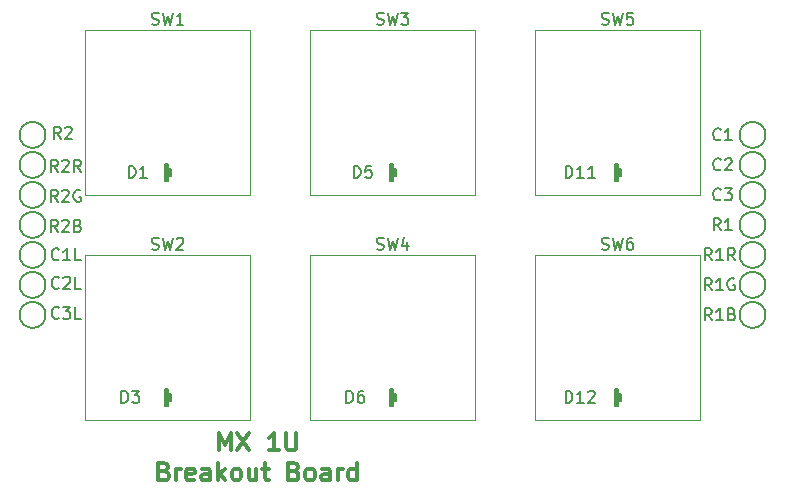
<source format=gbr>
G04 #@! TF.GenerationSoftware,KiCad,Pcbnew,(5.0.0-rc2-dev-471-ge4feb315d)*
G04 #@! TF.CreationDate,2018-04-21T02:21:12+01:00*
G04 #@! TF.ProjectId,cherry_breakout,6368657272795F627265616B6F75742E,rev?*
G04 #@! TF.SameCoordinates,Original*
G04 #@! TF.FileFunction,Legend,Top*
G04 #@! TF.FilePolarity,Positive*
%FSLAX46Y46*%
G04 Gerber Fmt 4.6, Leading zero omitted, Abs format (unit mm)*
G04 Created by KiCad (PCBNEW (5.0.0-rc2-dev-471-ge4feb315d)) date Sat Apr 21 02:21:12 2018*
%MOMM*%
%LPD*%
G01*
G04 APERTURE LIST*
%ADD10C,0.300000*%
%ADD11C,0.150000*%
%ADD12C,0.120000*%
G04 APERTURE END LIST*
D10*
X71644285Y-114973571D02*
X71644285Y-113473571D01*
X72144285Y-114545000D01*
X72644285Y-113473571D01*
X72644285Y-114973571D01*
X73215714Y-113473571D02*
X74215714Y-114973571D01*
X74215714Y-113473571D02*
X73215714Y-114973571D01*
X76715714Y-114973571D02*
X75858571Y-114973571D01*
X76287142Y-114973571D02*
X76287142Y-113473571D01*
X76144285Y-113687857D01*
X76001428Y-113830714D01*
X75858571Y-113902142D01*
X77358571Y-113473571D02*
X77358571Y-114687857D01*
X77430000Y-114830714D01*
X77501428Y-114902142D01*
X77644285Y-114973571D01*
X77930000Y-114973571D01*
X78072857Y-114902142D01*
X78144285Y-114830714D01*
X78215714Y-114687857D01*
X78215714Y-113473571D01*
X67037142Y-116737857D02*
X67251428Y-116809285D01*
X67322857Y-116880714D01*
X67394285Y-117023571D01*
X67394285Y-117237857D01*
X67322857Y-117380714D01*
X67251428Y-117452142D01*
X67108571Y-117523571D01*
X66537142Y-117523571D01*
X66537142Y-116023571D01*
X67037142Y-116023571D01*
X67180000Y-116095000D01*
X67251428Y-116166428D01*
X67322857Y-116309285D01*
X67322857Y-116452142D01*
X67251428Y-116595000D01*
X67180000Y-116666428D01*
X67037142Y-116737857D01*
X66537142Y-116737857D01*
X68037142Y-117523571D02*
X68037142Y-116523571D01*
X68037142Y-116809285D02*
X68108571Y-116666428D01*
X68180000Y-116595000D01*
X68322857Y-116523571D01*
X68465714Y-116523571D01*
X69537142Y-117452142D02*
X69394285Y-117523571D01*
X69108571Y-117523571D01*
X68965714Y-117452142D01*
X68894285Y-117309285D01*
X68894285Y-116737857D01*
X68965714Y-116595000D01*
X69108571Y-116523571D01*
X69394285Y-116523571D01*
X69537142Y-116595000D01*
X69608571Y-116737857D01*
X69608571Y-116880714D01*
X68894285Y-117023571D01*
X70894285Y-117523571D02*
X70894285Y-116737857D01*
X70822857Y-116595000D01*
X70680000Y-116523571D01*
X70394285Y-116523571D01*
X70251428Y-116595000D01*
X70894285Y-117452142D02*
X70751428Y-117523571D01*
X70394285Y-117523571D01*
X70251428Y-117452142D01*
X70180000Y-117309285D01*
X70180000Y-117166428D01*
X70251428Y-117023571D01*
X70394285Y-116952142D01*
X70751428Y-116952142D01*
X70894285Y-116880714D01*
X71608571Y-117523571D02*
X71608571Y-116023571D01*
X71751428Y-116952142D02*
X72180000Y-117523571D01*
X72180000Y-116523571D02*
X71608571Y-117095000D01*
X73037142Y-117523571D02*
X72894285Y-117452142D01*
X72822857Y-117380714D01*
X72751428Y-117237857D01*
X72751428Y-116809285D01*
X72822857Y-116666428D01*
X72894285Y-116595000D01*
X73037142Y-116523571D01*
X73251428Y-116523571D01*
X73394285Y-116595000D01*
X73465714Y-116666428D01*
X73537142Y-116809285D01*
X73537142Y-117237857D01*
X73465714Y-117380714D01*
X73394285Y-117452142D01*
X73251428Y-117523571D01*
X73037142Y-117523571D01*
X74822857Y-116523571D02*
X74822857Y-117523571D01*
X74180000Y-116523571D02*
X74180000Y-117309285D01*
X74251428Y-117452142D01*
X74394285Y-117523571D01*
X74608571Y-117523571D01*
X74751428Y-117452142D01*
X74822857Y-117380714D01*
X75322857Y-116523571D02*
X75894285Y-116523571D01*
X75537142Y-116023571D02*
X75537142Y-117309285D01*
X75608571Y-117452142D01*
X75751428Y-117523571D01*
X75894285Y-117523571D01*
X78037142Y-116737857D02*
X78251428Y-116809285D01*
X78322857Y-116880714D01*
X78394285Y-117023571D01*
X78394285Y-117237857D01*
X78322857Y-117380714D01*
X78251428Y-117452142D01*
X78108571Y-117523571D01*
X77537142Y-117523571D01*
X77537142Y-116023571D01*
X78037142Y-116023571D01*
X78180000Y-116095000D01*
X78251428Y-116166428D01*
X78322857Y-116309285D01*
X78322857Y-116452142D01*
X78251428Y-116595000D01*
X78180000Y-116666428D01*
X78037142Y-116737857D01*
X77537142Y-116737857D01*
X79251428Y-117523571D02*
X79108571Y-117452142D01*
X79037142Y-117380714D01*
X78965714Y-117237857D01*
X78965714Y-116809285D01*
X79037142Y-116666428D01*
X79108571Y-116595000D01*
X79251428Y-116523571D01*
X79465714Y-116523571D01*
X79608571Y-116595000D01*
X79680000Y-116666428D01*
X79751428Y-116809285D01*
X79751428Y-117237857D01*
X79680000Y-117380714D01*
X79608571Y-117452142D01*
X79465714Y-117523571D01*
X79251428Y-117523571D01*
X81037142Y-117523571D02*
X81037142Y-116737857D01*
X80965714Y-116595000D01*
X80822857Y-116523571D01*
X80537142Y-116523571D01*
X80394285Y-116595000D01*
X81037142Y-117452142D02*
X80894285Y-117523571D01*
X80537142Y-117523571D01*
X80394285Y-117452142D01*
X80322857Y-117309285D01*
X80322857Y-117166428D01*
X80394285Y-117023571D01*
X80537142Y-116952142D01*
X80894285Y-116952142D01*
X81037142Y-116880714D01*
X81751428Y-117523571D02*
X81751428Y-116523571D01*
X81751428Y-116809285D02*
X81822857Y-116666428D01*
X81894285Y-116595000D01*
X82037142Y-116523571D01*
X82180000Y-116523571D01*
X83322857Y-117523571D02*
X83322857Y-116023571D01*
X83322857Y-117452142D02*
X83180000Y-117523571D01*
X82894285Y-117523571D01*
X82751428Y-117452142D01*
X82680000Y-117380714D01*
X82608571Y-117237857D01*
X82608571Y-116809285D01*
X82680000Y-116666428D01*
X82751428Y-116595000D01*
X82894285Y-116523571D01*
X83180000Y-116523571D01*
X83322857Y-116595000D01*
D11*
X117940000Y-88265000D02*
G75*
G03X117940000Y-88265000I-1100000J0D01*
G01*
X56980000Y-98425000D02*
G75*
G03X56980000Y-98425000I-1100000J0D01*
G01*
X117940000Y-90805000D02*
G75*
G03X117940000Y-90805000I-1100000J0D01*
G01*
X56980000Y-100965000D02*
G75*
G03X56980000Y-100965000I-1100000J0D01*
G01*
X117940000Y-93345000D02*
G75*
G03X117940000Y-93345000I-1100000J0D01*
G01*
X56980000Y-103505000D02*
G75*
G03X56980000Y-103505000I-1100000J0D01*
G01*
X117940000Y-95885000D02*
G75*
G03X117940000Y-95885000I-1100000J0D01*
G01*
X56980000Y-88265000D02*
G75*
G03X56980000Y-88265000I-1100000J0D01*
G01*
X117940000Y-103505000D02*
G75*
G03X117940000Y-103505000I-1100000J0D01*
G01*
X117940000Y-100965000D02*
G75*
G03X117940000Y-100965000I-1100000J0D01*
G01*
X117940000Y-98425000D02*
G75*
G03X117940000Y-98425000I-1100000J0D01*
G01*
X56980000Y-95885000D02*
G75*
G03X56980000Y-95885000I-1100000J0D01*
G01*
X56980000Y-93345000D02*
G75*
G03X56980000Y-93345000I-1100000J0D01*
G01*
X56980000Y-90805000D02*
G75*
G03X56980000Y-90805000I-1100000J0D01*
G01*
G36*
X67110000Y-92140000D02*
X67110000Y-90740000D01*
X67210000Y-90740000D01*
X67310000Y-90740000D01*
X67310000Y-91140000D01*
X67510000Y-91140000D01*
X67610000Y-91140000D01*
X67610000Y-91740000D01*
X67310000Y-91740000D01*
X67310000Y-92140000D01*
X67110000Y-92140000D01*
G37*
X67110000Y-92140000D02*
X67110000Y-90740000D01*
X67210000Y-90740000D01*
X67310000Y-90740000D01*
X67310000Y-91140000D01*
X67510000Y-91140000D01*
X67610000Y-91140000D01*
X67610000Y-91740000D01*
X67310000Y-91740000D01*
X67310000Y-92140000D01*
X67110000Y-92140000D01*
G36*
X67110000Y-111190000D02*
X67110000Y-109790000D01*
X67210000Y-109790000D01*
X67310000Y-109790000D01*
X67310000Y-110190000D01*
X67510000Y-110190000D01*
X67610000Y-110190000D01*
X67610000Y-110790000D01*
X67310000Y-110790000D01*
X67310000Y-111190000D01*
X67110000Y-111190000D01*
G37*
X67110000Y-111190000D02*
X67110000Y-109790000D01*
X67210000Y-109790000D01*
X67310000Y-109790000D01*
X67310000Y-110190000D01*
X67510000Y-110190000D01*
X67610000Y-110190000D01*
X67610000Y-110790000D01*
X67310000Y-110790000D01*
X67310000Y-111190000D01*
X67110000Y-111190000D01*
G36*
X86160000Y-92140000D02*
X86160000Y-90740000D01*
X86260000Y-90740000D01*
X86360000Y-90740000D01*
X86360000Y-91140000D01*
X86560000Y-91140000D01*
X86660000Y-91140000D01*
X86660000Y-91740000D01*
X86360000Y-91740000D01*
X86360000Y-92140000D01*
X86160000Y-92140000D01*
G37*
X86160000Y-92140000D02*
X86160000Y-90740000D01*
X86260000Y-90740000D01*
X86360000Y-90740000D01*
X86360000Y-91140000D01*
X86560000Y-91140000D01*
X86660000Y-91140000D01*
X86660000Y-91740000D01*
X86360000Y-91740000D01*
X86360000Y-92140000D01*
X86160000Y-92140000D01*
G36*
X86160000Y-111190000D02*
X86160000Y-109790000D01*
X86260000Y-109790000D01*
X86360000Y-109790000D01*
X86360000Y-110190000D01*
X86560000Y-110190000D01*
X86660000Y-110190000D01*
X86660000Y-110790000D01*
X86360000Y-110790000D01*
X86360000Y-111190000D01*
X86160000Y-111190000D01*
G37*
X86160000Y-111190000D02*
X86160000Y-109790000D01*
X86260000Y-109790000D01*
X86360000Y-109790000D01*
X86360000Y-110190000D01*
X86560000Y-110190000D01*
X86660000Y-110190000D01*
X86660000Y-110790000D01*
X86360000Y-110790000D01*
X86360000Y-111190000D01*
X86160000Y-111190000D01*
G36*
X105210000Y-92140000D02*
X105210000Y-90740000D01*
X105310000Y-90740000D01*
X105410000Y-90740000D01*
X105410000Y-91140000D01*
X105610000Y-91140000D01*
X105710000Y-91140000D01*
X105710000Y-91740000D01*
X105410000Y-91740000D01*
X105410000Y-92140000D01*
X105210000Y-92140000D01*
G37*
X105210000Y-92140000D02*
X105210000Y-90740000D01*
X105310000Y-90740000D01*
X105410000Y-90740000D01*
X105410000Y-91140000D01*
X105610000Y-91140000D01*
X105710000Y-91140000D01*
X105710000Y-91740000D01*
X105410000Y-91740000D01*
X105410000Y-92140000D01*
X105210000Y-92140000D01*
G36*
X105210000Y-111190000D02*
X105210000Y-109790000D01*
X105310000Y-109790000D01*
X105410000Y-109790000D01*
X105410000Y-110190000D01*
X105610000Y-110190000D01*
X105710000Y-110190000D01*
X105710000Y-110790000D01*
X105410000Y-110790000D01*
X105410000Y-111190000D01*
X105210000Y-111190000D01*
G37*
X105210000Y-111190000D02*
X105210000Y-109790000D01*
X105310000Y-109790000D01*
X105410000Y-109790000D01*
X105410000Y-110190000D01*
X105610000Y-110190000D01*
X105710000Y-110190000D01*
X105710000Y-110790000D01*
X105410000Y-110790000D01*
X105410000Y-111190000D01*
X105210000Y-111190000D01*
D12*
X60325000Y-93345000D02*
X60325000Y-79375000D01*
X74295000Y-93345000D02*
X60325000Y-93345000D01*
X74295000Y-79375000D02*
X74295000Y-93345000D01*
X60325000Y-79375000D02*
X74295000Y-79375000D01*
X60325000Y-98425000D02*
X74295000Y-98425000D01*
X74295000Y-98425000D02*
X74295000Y-112395000D01*
X74295000Y-112395000D02*
X60325000Y-112395000D01*
X60325000Y-112395000D02*
X60325000Y-98425000D01*
X79375000Y-79375000D02*
X93345000Y-79375000D01*
X93345000Y-79375000D02*
X93345000Y-93345000D01*
X93345000Y-93345000D02*
X79375000Y-93345000D01*
X79375000Y-93345000D02*
X79375000Y-79375000D01*
X79375000Y-112395000D02*
X79375000Y-98425000D01*
X93345000Y-112395000D02*
X79375000Y-112395000D01*
X93345000Y-98425000D02*
X93345000Y-112395000D01*
X79375000Y-98425000D02*
X93345000Y-98425000D01*
X98425000Y-93345000D02*
X98425000Y-79375000D01*
X112395000Y-93345000D02*
X98425000Y-93345000D01*
X112395000Y-79375000D02*
X112395000Y-93345000D01*
X98425000Y-79375000D02*
X112395000Y-79375000D01*
X98425000Y-98425000D02*
X112395000Y-98425000D01*
X112395000Y-98425000D02*
X112395000Y-112395000D01*
X112395000Y-112395000D02*
X98425000Y-112395000D01*
X98425000Y-112395000D02*
X98425000Y-98425000D01*
D11*
X114133333Y-88622142D02*
X114085714Y-88669761D01*
X113942857Y-88717380D01*
X113847619Y-88717380D01*
X113704761Y-88669761D01*
X113609523Y-88574523D01*
X113561904Y-88479285D01*
X113514285Y-88288809D01*
X113514285Y-88145952D01*
X113561904Y-87955476D01*
X113609523Y-87860238D01*
X113704761Y-87765000D01*
X113847619Y-87717380D01*
X113942857Y-87717380D01*
X114085714Y-87765000D01*
X114133333Y-87812619D01*
X115085714Y-88717380D02*
X114514285Y-88717380D01*
X114800000Y-88717380D02*
X114800000Y-87717380D01*
X114704761Y-87860238D01*
X114609523Y-87955476D01*
X114514285Y-88003095D01*
X58102571Y-98782142D02*
X58054952Y-98829761D01*
X57912095Y-98877380D01*
X57816857Y-98877380D01*
X57674000Y-98829761D01*
X57578761Y-98734523D01*
X57531142Y-98639285D01*
X57483523Y-98448809D01*
X57483523Y-98305952D01*
X57531142Y-98115476D01*
X57578761Y-98020238D01*
X57674000Y-97925000D01*
X57816857Y-97877380D01*
X57912095Y-97877380D01*
X58054952Y-97925000D01*
X58102571Y-97972619D01*
X59054952Y-98877380D02*
X58483523Y-98877380D01*
X58769238Y-98877380D02*
X58769238Y-97877380D01*
X58674000Y-98020238D01*
X58578761Y-98115476D01*
X58483523Y-98163095D01*
X59959714Y-98877380D02*
X59483523Y-98877380D01*
X59483523Y-97877380D01*
X114133333Y-91162142D02*
X114085714Y-91209761D01*
X113942857Y-91257380D01*
X113847619Y-91257380D01*
X113704761Y-91209761D01*
X113609523Y-91114523D01*
X113561904Y-91019285D01*
X113514285Y-90828809D01*
X113514285Y-90685952D01*
X113561904Y-90495476D01*
X113609523Y-90400238D01*
X113704761Y-90305000D01*
X113847619Y-90257380D01*
X113942857Y-90257380D01*
X114085714Y-90305000D01*
X114133333Y-90352619D01*
X114514285Y-90352619D02*
X114561904Y-90305000D01*
X114657142Y-90257380D01*
X114895238Y-90257380D01*
X114990476Y-90305000D01*
X115038095Y-90352619D01*
X115085714Y-90447857D01*
X115085714Y-90543095D01*
X115038095Y-90685952D01*
X114466666Y-91257380D01*
X115085714Y-91257380D01*
X58102571Y-101195142D02*
X58054952Y-101242761D01*
X57912095Y-101290380D01*
X57816857Y-101290380D01*
X57674000Y-101242761D01*
X57578761Y-101147523D01*
X57531142Y-101052285D01*
X57483523Y-100861809D01*
X57483523Y-100718952D01*
X57531142Y-100528476D01*
X57578761Y-100433238D01*
X57674000Y-100338000D01*
X57816857Y-100290380D01*
X57912095Y-100290380D01*
X58054952Y-100338000D01*
X58102571Y-100385619D01*
X58483523Y-100385619D02*
X58531142Y-100338000D01*
X58626380Y-100290380D01*
X58864476Y-100290380D01*
X58959714Y-100338000D01*
X59007333Y-100385619D01*
X59054952Y-100480857D01*
X59054952Y-100576095D01*
X59007333Y-100718952D01*
X58435904Y-101290380D01*
X59054952Y-101290380D01*
X59959714Y-101290380D02*
X59483523Y-101290380D01*
X59483523Y-100290380D01*
X114133333Y-93702142D02*
X114085714Y-93749761D01*
X113942857Y-93797380D01*
X113847619Y-93797380D01*
X113704761Y-93749761D01*
X113609523Y-93654523D01*
X113561904Y-93559285D01*
X113514285Y-93368809D01*
X113514285Y-93225952D01*
X113561904Y-93035476D01*
X113609523Y-92940238D01*
X113704761Y-92845000D01*
X113847619Y-92797380D01*
X113942857Y-92797380D01*
X114085714Y-92845000D01*
X114133333Y-92892619D01*
X114466666Y-92797380D02*
X115085714Y-92797380D01*
X114752380Y-93178333D01*
X114895238Y-93178333D01*
X114990476Y-93225952D01*
X115038095Y-93273571D01*
X115085714Y-93368809D01*
X115085714Y-93606904D01*
X115038095Y-93702142D01*
X114990476Y-93749761D01*
X114895238Y-93797380D01*
X114609523Y-93797380D01*
X114514285Y-93749761D01*
X114466666Y-93702142D01*
X58102571Y-103735142D02*
X58054952Y-103782761D01*
X57912095Y-103830380D01*
X57816857Y-103830380D01*
X57674000Y-103782761D01*
X57578761Y-103687523D01*
X57531142Y-103592285D01*
X57483523Y-103401809D01*
X57483523Y-103258952D01*
X57531142Y-103068476D01*
X57578761Y-102973238D01*
X57674000Y-102878000D01*
X57816857Y-102830380D01*
X57912095Y-102830380D01*
X58054952Y-102878000D01*
X58102571Y-102925619D01*
X58435904Y-102830380D02*
X59054952Y-102830380D01*
X58721619Y-103211333D01*
X58864476Y-103211333D01*
X58959714Y-103258952D01*
X59007333Y-103306571D01*
X59054952Y-103401809D01*
X59054952Y-103639904D01*
X59007333Y-103735142D01*
X58959714Y-103782761D01*
X58864476Y-103830380D01*
X58578761Y-103830380D01*
X58483523Y-103782761D01*
X58435904Y-103735142D01*
X59959714Y-103830380D02*
X59483523Y-103830380D01*
X59483523Y-102830380D01*
X114133333Y-96337380D02*
X113800000Y-95861190D01*
X113561904Y-96337380D02*
X113561904Y-95337380D01*
X113942857Y-95337380D01*
X114038095Y-95385000D01*
X114085714Y-95432619D01*
X114133333Y-95527857D01*
X114133333Y-95670714D01*
X114085714Y-95765952D01*
X114038095Y-95813571D01*
X113942857Y-95861190D01*
X113561904Y-95861190D01*
X115085714Y-96337380D02*
X114514285Y-96337380D01*
X114800000Y-96337380D02*
X114800000Y-95337380D01*
X114704761Y-95480238D01*
X114609523Y-95575476D01*
X114514285Y-95623095D01*
X58253333Y-88590380D02*
X57920000Y-88114190D01*
X57681904Y-88590380D02*
X57681904Y-87590380D01*
X58062857Y-87590380D01*
X58158095Y-87638000D01*
X58205714Y-87685619D01*
X58253333Y-87780857D01*
X58253333Y-87923714D01*
X58205714Y-88018952D01*
X58158095Y-88066571D01*
X58062857Y-88114190D01*
X57681904Y-88114190D01*
X58634285Y-87685619D02*
X58681904Y-87638000D01*
X58777142Y-87590380D01*
X59015238Y-87590380D01*
X59110476Y-87638000D01*
X59158095Y-87685619D01*
X59205714Y-87780857D01*
X59205714Y-87876095D01*
X59158095Y-88018952D01*
X58586666Y-88590380D01*
X59205714Y-88590380D01*
X113379333Y-103957380D02*
X113046000Y-103481190D01*
X112807904Y-103957380D02*
X112807904Y-102957380D01*
X113188857Y-102957380D01*
X113284095Y-103005000D01*
X113331714Y-103052619D01*
X113379333Y-103147857D01*
X113379333Y-103290714D01*
X113331714Y-103385952D01*
X113284095Y-103433571D01*
X113188857Y-103481190D01*
X112807904Y-103481190D01*
X114331714Y-103957380D02*
X113760285Y-103957380D01*
X114046000Y-103957380D02*
X114046000Y-102957380D01*
X113950761Y-103100238D01*
X113855523Y-103195476D01*
X113760285Y-103243095D01*
X115093619Y-103433571D02*
X115236476Y-103481190D01*
X115284095Y-103528809D01*
X115331714Y-103624047D01*
X115331714Y-103766904D01*
X115284095Y-103862142D01*
X115236476Y-103909761D01*
X115141238Y-103957380D01*
X114760285Y-103957380D01*
X114760285Y-102957380D01*
X115093619Y-102957380D01*
X115188857Y-103005000D01*
X115236476Y-103052619D01*
X115284095Y-103147857D01*
X115284095Y-103243095D01*
X115236476Y-103338333D01*
X115188857Y-103385952D01*
X115093619Y-103433571D01*
X114760285Y-103433571D01*
X113379333Y-101417380D02*
X113046000Y-100941190D01*
X112807904Y-101417380D02*
X112807904Y-100417380D01*
X113188857Y-100417380D01*
X113284095Y-100465000D01*
X113331714Y-100512619D01*
X113379333Y-100607857D01*
X113379333Y-100750714D01*
X113331714Y-100845952D01*
X113284095Y-100893571D01*
X113188857Y-100941190D01*
X112807904Y-100941190D01*
X114331714Y-101417380D02*
X113760285Y-101417380D01*
X114046000Y-101417380D02*
X114046000Y-100417380D01*
X113950761Y-100560238D01*
X113855523Y-100655476D01*
X113760285Y-100703095D01*
X115284095Y-100465000D02*
X115188857Y-100417380D01*
X115046000Y-100417380D01*
X114903142Y-100465000D01*
X114807904Y-100560238D01*
X114760285Y-100655476D01*
X114712666Y-100845952D01*
X114712666Y-100988809D01*
X114760285Y-101179285D01*
X114807904Y-101274523D01*
X114903142Y-101369761D01*
X115046000Y-101417380D01*
X115141238Y-101417380D01*
X115284095Y-101369761D01*
X115331714Y-101322142D01*
X115331714Y-100988809D01*
X115141238Y-100988809D01*
X113379333Y-98877380D02*
X113046000Y-98401190D01*
X112807904Y-98877380D02*
X112807904Y-97877380D01*
X113188857Y-97877380D01*
X113284095Y-97925000D01*
X113331714Y-97972619D01*
X113379333Y-98067857D01*
X113379333Y-98210714D01*
X113331714Y-98305952D01*
X113284095Y-98353571D01*
X113188857Y-98401190D01*
X112807904Y-98401190D01*
X114331714Y-98877380D02*
X113760285Y-98877380D01*
X114046000Y-98877380D02*
X114046000Y-97877380D01*
X113950761Y-98020238D01*
X113855523Y-98115476D01*
X113760285Y-98163095D01*
X115331714Y-98877380D02*
X114998380Y-98401190D01*
X114760285Y-98877380D02*
X114760285Y-97877380D01*
X115141238Y-97877380D01*
X115236476Y-97925000D01*
X115284095Y-97972619D01*
X115331714Y-98067857D01*
X115331714Y-98210714D01*
X115284095Y-98305952D01*
X115236476Y-98353571D01*
X115141238Y-98401190D01*
X114760285Y-98401190D01*
X58007333Y-96464380D02*
X57674000Y-95988190D01*
X57435904Y-96464380D02*
X57435904Y-95464380D01*
X57816857Y-95464380D01*
X57912095Y-95512000D01*
X57959714Y-95559619D01*
X58007333Y-95654857D01*
X58007333Y-95797714D01*
X57959714Y-95892952D01*
X57912095Y-95940571D01*
X57816857Y-95988190D01*
X57435904Y-95988190D01*
X58388285Y-95559619D02*
X58435904Y-95512000D01*
X58531142Y-95464380D01*
X58769238Y-95464380D01*
X58864476Y-95512000D01*
X58912095Y-95559619D01*
X58959714Y-95654857D01*
X58959714Y-95750095D01*
X58912095Y-95892952D01*
X58340666Y-96464380D01*
X58959714Y-96464380D01*
X59721619Y-95940571D02*
X59864476Y-95988190D01*
X59912095Y-96035809D01*
X59959714Y-96131047D01*
X59959714Y-96273904D01*
X59912095Y-96369142D01*
X59864476Y-96416761D01*
X59769238Y-96464380D01*
X59388285Y-96464380D01*
X59388285Y-95464380D01*
X59721619Y-95464380D01*
X59816857Y-95512000D01*
X59864476Y-95559619D01*
X59912095Y-95654857D01*
X59912095Y-95750095D01*
X59864476Y-95845333D01*
X59816857Y-95892952D01*
X59721619Y-95940571D01*
X59388285Y-95940571D01*
X58007333Y-93924380D02*
X57674000Y-93448190D01*
X57435904Y-93924380D02*
X57435904Y-92924380D01*
X57816857Y-92924380D01*
X57912095Y-92972000D01*
X57959714Y-93019619D01*
X58007333Y-93114857D01*
X58007333Y-93257714D01*
X57959714Y-93352952D01*
X57912095Y-93400571D01*
X57816857Y-93448190D01*
X57435904Y-93448190D01*
X58388285Y-93019619D02*
X58435904Y-92972000D01*
X58531142Y-92924380D01*
X58769238Y-92924380D01*
X58864476Y-92972000D01*
X58912095Y-93019619D01*
X58959714Y-93114857D01*
X58959714Y-93210095D01*
X58912095Y-93352952D01*
X58340666Y-93924380D01*
X58959714Y-93924380D01*
X59912095Y-92972000D02*
X59816857Y-92924380D01*
X59674000Y-92924380D01*
X59531142Y-92972000D01*
X59435904Y-93067238D01*
X59388285Y-93162476D01*
X59340666Y-93352952D01*
X59340666Y-93495809D01*
X59388285Y-93686285D01*
X59435904Y-93781523D01*
X59531142Y-93876761D01*
X59674000Y-93924380D01*
X59769238Y-93924380D01*
X59912095Y-93876761D01*
X59959714Y-93829142D01*
X59959714Y-93495809D01*
X59769238Y-93495809D01*
X58007333Y-91384380D02*
X57674000Y-90908190D01*
X57435904Y-91384380D02*
X57435904Y-90384380D01*
X57816857Y-90384380D01*
X57912095Y-90432000D01*
X57959714Y-90479619D01*
X58007333Y-90574857D01*
X58007333Y-90717714D01*
X57959714Y-90812952D01*
X57912095Y-90860571D01*
X57816857Y-90908190D01*
X57435904Y-90908190D01*
X58388285Y-90479619D02*
X58435904Y-90432000D01*
X58531142Y-90384380D01*
X58769238Y-90384380D01*
X58864476Y-90432000D01*
X58912095Y-90479619D01*
X58959714Y-90574857D01*
X58959714Y-90670095D01*
X58912095Y-90812952D01*
X58340666Y-91384380D01*
X58959714Y-91384380D01*
X59959714Y-91384380D02*
X59626380Y-90908190D01*
X59388285Y-91384380D02*
X59388285Y-90384380D01*
X59769238Y-90384380D01*
X59864476Y-90432000D01*
X59912095Y-90479619D01*
X59959714Y-90574857D01*
X59959714Y-90717714D01*
X59912095Y-90812952D01*
X59864476Y-90860571D01*
X59769238Y-90908190D01*
X59388285Y-90908190D01*
X64031904Y-91892380D02*
X64031904Y-90892380D01*
X64270000Y-90892380D01*
X64412857Y-90940000D01*
X64508095Y-91035238D01*
X64555714Y-91130476D01*
X64603333Y-91320952D01*
X64603333Y-91463809D01*
X64555714Y-91654285D01*
X64508095Y-91749523D01*
X64412857Y-91844761D01*
X64270000Y-91892380D01*
X64031904Y-91892380D01*
X65555714Y-91892380D02*
X64984285Y-91892380D01*
X65270000Y-91892380D02*
X65270000Y-90892380D01*
X65174761Y-91035238D01*
X65079523Y-91130476D01*
X64984285Y-91178095D01*
X63396904Y-110942380D02*
X63396904Y-109942380D01*
X63635000Y-109942380D01*
X63777857Y-109990000D01*
X63873095Y-110085238D01*
X63920714Y-110180476D01*
X63968333Y-110370952D01*
X63968333Y-110513809D01*
X63920714Y-110704285D01*
X63873095Y-110799523D01*
X63777857Y-110894761D01*
X63635000Y-110942380D01*
X63396904Y-110942380D01*
X64301666Y-109942380D02*
X64920714Y-109942380D01*
X64587380Y-110323333D01*
X64730238Y-110323333D01*
X64825476Y-110370952D01*
X64873095Y-110418571D01*
X64920714Y-110513809D01*
X64920714Y-110751904D01*
X64873095Y-110847142D01*
X64825476Y-110894761D01*
X64730238Y-110942380D01*
X64444523Y-110942380D01*
X64349285Y-110894761D01*
X64301666Y-110847142D01*
X83081904Y-91892380D02*
X83081904Y-90892380D01*
X83320000Y-90892380D01*
X83462857Y-90940000D01*
X83558095Y-91035238D01*
X83605714Y-91130476D01*
X83653333Y-91320952D01*
X83653333Y-91463809D01*
X83605714Y-91654285D01*
X83558095Y-91749523D01*
X83462857Y-91844761D01*
X83320000Y-91892380D01*
X83081904Y-91892380D01*
X84558095Y-90892380D02*
X84081904Y-90892380D01*
X84034285Y-91368571D01*
X84081904Y-91320952D01*
X84177142Y-91273333D01*
X84415238Y-91273333D01*
X84510476Y-91320952D01*
X84558095Y-91368571D01*
X84605714Y-91463809D01*
X84605714Y-91701904D01*
X84558095Y-91797142D01*
X84510476Y-91844761D01*
X84415238Y-91892380D01*
X84177142Y-91892380D01*
X84081904Y-91844761D01*
X84034285Y-91797142D01*
X82446904Y-110942380D02*
X82446904Y-109942380D01*
X82685000Y-109942380D01*
X82827857Y-109990000D01*
X82923095Y-110085238D01*
X82970714Y-110180476D01*
X83018333Y-110370952D01*
X83018333Y-110513809D01*
X82970714Y-110704285D01*
X82923095Y-110799523D01*
X82827857Y-110894761D01*
X82685000Y-110942380D01*
X82446904Y-110942380D01*
X83875476Y-109942380D02*
X83685000Y-109942380D01*
X83589761Y-109990000D01*
X83542142Y-110037619D01*
X83446904Y-110180476D01*
X83399285Y-110370952D01*
X83399285Y-110751904D01*
X83446904Y-110847142D01*
X83494523Y-110894761D01*
X83589761Y-110942380D01*
X83780238Y-110942380D01*
X83875476Y-110894761D01*
X83923095Y-110847142D01*
X83970714Y-110751904D01*
X83970714Y-110513809D01*
X83923095Y-110418571D01*
X83875476Y-110370952D01*
X83780238Y-110323333D01*
X83589761Y-110323333D01*
X83494523Y-110370952D01*
X83446904Y-110418571D01*
X83399285Y-110513809D01*
X101020714Y-91892380D02*
X101020714Y-90892380D01*
X101258809Y-90892380D01*
X101401666Y-90940000D01*
X101496904Y-91035238D01*
X101544523Y-91130476D01*
X101592142Y-91320952D01*
X101592142Y-91463809D01*
X101544523Y-91654285D01*
X101496904Y-91749523D01*
X101401666Y-91844761D01*
X101258809Y-91892380D01*
X101020714Y-91892380D01*
X102544523Y-91892380D02*
X101973095Y-91892380D01*
X102258809Y-91892380D02*
X102258809Y-90892380D01*
X102163571Y-91035238D01*
X102068333Y-91130476D01*
X101973095Y-91178095D01*
X103496904Y-91892380D02*
X102925476Y-91892380D01*
X103211190Y-91892380D02*
X103211190Y-90892380D01*
X103115952Y-91035238D01*
X103020714Y-91130476D01*
X102925476Y-91178095D01*
X101020714Y-110942380D02*
X101020714Y-109942380D01*
X101258809Y-109942380D01*
X101401666Y-109990000D01*
X101496904Y-110085238D01*
X101544523Y-110180476D01*
X101592142Y-110370952D01*
X101592142Y-110513809D01*
X101544523Y-110704285D01*
X101496904Y-110799523D01*
X101401666Y-110894761D01*
X101258809Y-110942380D01*
X101020714Y-110942380D01*
X102544523Y-110942380D02*
X101973095Y-110942380D01*
X102258809Y-110942380D02*
X102258809Y-109942380D01*
X102163571Y-110085238D01*
X102068333Y-110180476D01*
X101973095Y-110228095D01*
X102925476Y-110037619D02*
X102973095Y-109990000D01*
X103068333Y-109942380D01*
X103306428Y-109942380D01*
X103401666Y-109990000D01*
X103449285Y-110037619D01*
X103496904Y-110132857D01*
X103496904Y-110228095D01*
X103449285Y-110370952D01*
X102877857Y-110942380D01*
X103496904Y-110942380D01*
X65976666Y-78890761D02*
X66119523Y-78938380D01*
X66357619Y-78938380D01*
X66452857Y-78890761D01*
X66500476Y-78843142D01*
X66548095Y-78747904D01*
X66548095Y-78652666D01*
X66500476Y-78557428D01*
X66452857Y-78509809D01*
X66357619Y-78462190D01*
X66167142Y-78414571D01*
X66071904Y-78366952D01*
X66024285Y-78319333D01*
X65976666Y-78224095D01*
X65976666Y-78128857D01*
X66024285Y-78033619D01*
X66071904Y-77986000D01*
X66167142Y-77938380D01*
X66405238Y-77938380D01*
X66548095Y-77986000D01*
X66881428Y-77938380D02*
X67119523Y-78938380D01*
X67310000Y-78224095D01*
X67500476Y-78938380D01*
X67738571Y-77938380D01*
X68643333Y-78938380D02*
X68071904Y-78938380D01*
X68357619Y-78938380D02*
X68357619Y-77938380D01*
X68262380Y-78081238D01*
X68167142Y-78176476D01*
X68071904Y-78224095D01*
X65976666Y-97940761D02*
X66119523Y-97988380D01*
X66357619Y-97988380D01*
X66452857Y-97940761D01*
X66500476Y-97893142D01*
X66548095Y-97797904D01*
X66548095Y-97702666D01*
X66500476Y-97607428D01*
X66452857Y-97559809D01*
X66357619Y-97512190D01*
X66167142Y-97464571D01*
X66071904Y-97416952D01*
X66024285Y-97369333D01*
X65976666Y-97274095D01*
X65976666Y-97178857D01*
X66024285Y-97083619D01*
X66071904Y-97036000D01*
X66167142Y-96988380D01*
X66405238Y-96988380D01*
X66548095Y-97036000D01*
X66881428Y-96988380D02*
X67119523Y-97988380D01*
X67310000Y-97274095D01*
X67500476Y-97988380D01*
X67738571Y-96988380D01*
X68071904Y-97083619D02*
X68119523Y-97036000D01*
X68214761Y-96988380D01*
X68452857Y-96988380D01*
X68548095Y-97036000D01*
X68595714Y-97083619D01*
X68643333Y-97178857D01*
X68643333Y-97274095D01*
X68595714Y-97416952D01*
X68024285Y-97988380D01*
X68643333Y-97988380D01*
X85026666Y-78890761D02*
X85169523Y-78938380D01*
X85407619Y-78938380D01*
X85502857Y-78890761D01*
X85550476Y-78843142D01*
X85598095Y-78747904D01*
X85598095Y-78652666D01*
X85550476Y-78557428D01*
X85502857Y-78509809D01*
X85407619Y-78462190D01*
X85217142Y-78414571D01*
X85121904Y-78366952D01*
X85074285Y-78319333D01*
X85026666Y-78224095D01*
X85026666Y-78128857D01*
X85074285Y-78033619D01*
X85121904Y-77986000D01*
X85217142Y-77938380D01*
X85455238Y-77938380D01*
X85598095Y-77986000D01*
X85931428Y-77938380D02*
X86169523Y-78938380D01*
X86360000Y-78224095D01*
X86550476Y-78938380D01*
X86788571Y-77938380D01*
X87074285Y-77938380D02*
X87693333Y-77938380D01*
X87360000Y-78319333D01*
X87502857Y-78319333D01*
X87598095Y-78366952D01*
X87645714Y-78414571D01*
X87693333Y-78509809D01*
X87693333Y-78747904D01*
X87645714Y-78843142D01*
X87598095Y-78890761D01*
X87502857Y-78938380D01*
X87217142Y-78938380D01*
X87121904Y-78890761D01*
X87074285Y-78843142D01*
X85026666Y-97940761D02*
X85169523Y-97988380D01*
X85407619Y-97988380D01*
X85502857Y-97940761D01*
X85550476Y-97893142D01*
X85598095Y-97797904D01*
X85598095Y-97702666D01*
X85550476Y-97607428D01*
X85502857Y-97559809D01*
X85407619Y-97512190D01*
X85217142Y-97464571D01*
X85121904Y-97416952D01*
X85074285Y-97369333D01*
X85026666Y-97274095D01*
X85026666Y-97178857D01*
X85074285Y-97083619D01*
X85121904Y-97036000D01*
X85217142Y-96988380D01*
X85455238Y-96988380D01*
X85598095Y-97036000D01*
X85931428Y-96988380D02*
X86169523Y-97988380D01*
X86360000Y-97274095D01*
X86550476Y-97988380D01*
X86788571Y-96988380D01*
X87598095Y-97321714D02*
X87598095Y-97988380D01*
X87360000Y-96940761D02*
X87121904Y-97655047D01*
X87740952Y-97655047D01*
X104076666Y-78890761D02*
X104219523Y-78938380D01*
X104457619Y-78938380D01*
X104552857Y-78890761D01*
X104600476Y-78843142D01*
X104648095Y-78747904D01*
X104648095Y-78652666D01*
X104600476Y-78557428D01*
X104552857Y-78509809D01*
X104457619Y-78462190D01*
X104267142Y-78414571D01*
X104171904Y-78366952D01*
X104124285Y-78319333D01*
X104076666Y-78224095D01*
X104076666Y-78128857D01*
X104124285Y-78033619D01*
X104171904Y-77986000D01*
X104267142Y-77938380D01*
X104505238Y-77938380D01*
X104648095Y-77986000D01*
X104981428Y-77938380D02*
X105219523Y-78938380D01*
X105410000Y-78224095D01*
X105600476Y-78938380D01*
X105838571Y-77938380D01*
X106695714Y-77938380D02*
X106219523Y-77938380D01*
X106171904Y-78414571D01*
X106219523Y-78366952D01*
X106314761Y-78319333D01*
X106552857Y-78319333D01*
X106648095Y-78366952D01*
X106695714Y-78414571D01*
X106743333Y-78509809D01*
X106743333Y-78747904D01*
X106695714Y-78843142D01*
X106648095Y-78890761D01*
X106552857Y-78938380D01*
X106314761Y-78938380D01*
X106219523Y-78890761D01*
X106171904Y-78843142D01*
X104076666Y-97940761D02*
X104219523Y-97988380D01*
X104457619Y-97988380D01*
X104552857Y-97940761D01*
X104600476Y-97893142D01*
X104648095Y-97797904D01*
X104648095Y-97702666D01*
X104600476Y-97607428D01*
X104552857Y-97559809D01*
X104457619Y-97512190D01*
X104267142Y-97464571D01*
X104171904Y-97416952D01*
X104124285Y-97369333D01*
X104076666Y-97274095D01*
X104076666Y-97178857D01*
X104124285Y-97083619D01*
X104171904Y-97036000D01*
X104267142Y-96988380D01*
X104505238Y-96988380D01*
X104648095Y-97036000D01*
X104981428Y-96988380D02*
X105219523Y-97988380D01*
X105410000Y-97274095D01*
X105600476Y-97988380D01*
X105838571Y-96988380D01*
X106648095Y-96988380D02*
X106457619Y-96988380D01*
X106362380Y-97036000D01*
X106314761Y-97083619D01*
X106219523Y-97226476D01*
X106171904Y-97416952D01*
X106171904Y-97797904D01*
X106219523Y-97893142D01*
X106267142Y-97940761D01*
X106362380Y-97988380D01*
X106552857Y-97988380D01*
X106648095Y-97940761D01*
X106695714Y-97893142D01*
X106743333Y-97797904D01*
X106743333Y-97559809D01*
X106695714Y-97464571D01*
X106648095Y-97416952D01*
X106552857Y-97369333D01*
X106362380Y-97369333D01*
X106267142Y-97416952D01*
X106219523Y-97464571D01*
X106171904Y-97559809D01*
M02*

</source>
